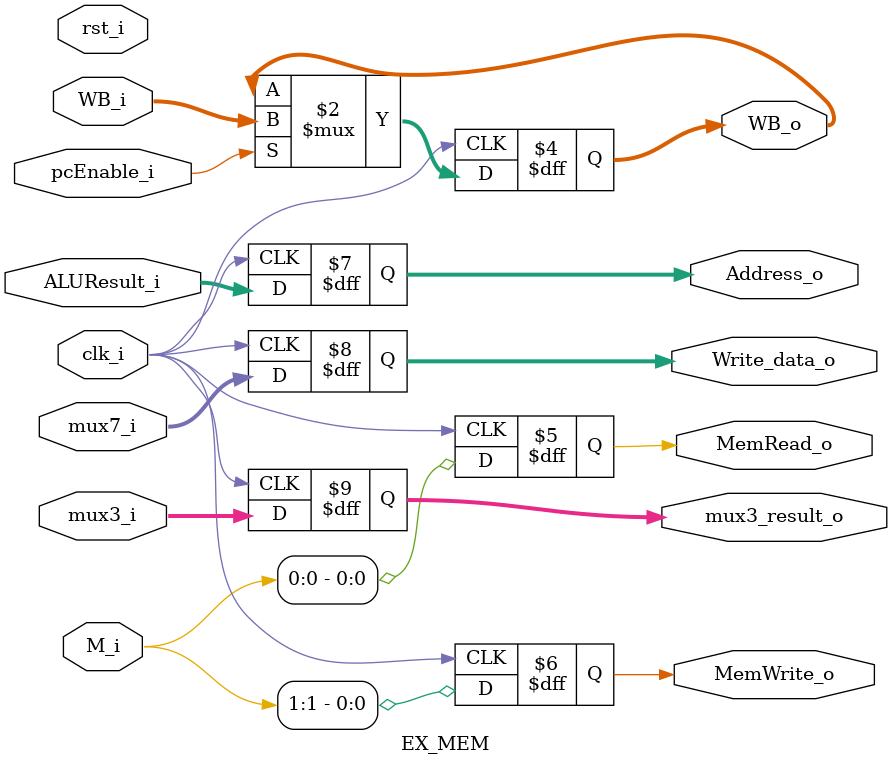
<source format=v>
module EX_MEM(
	clk_i,
	rst_i,
    WB_i, 
    M_i,
    ALUResult_i, 
    mux7_i,
   	mux3_i, 
    pcEnable_i,
    WB_o,
    MemRead_o,
    MemWrite_o,
    Address_o,
	Write_data_o,
	mux3_result_o
);

input clk_i, rst_i,pcEnable_i;
input [1:0] WB_i, M_i;
input [31:0] ALUResult_i, mux7_i; 
input [4:0] mux3_i;     
output reg[1:0] WB_o;
output reg MemRead_o, MemWrite_o;
output reg[31:0] Address_o, Write_data_o; 
output reg[4:0] mux3_result_o; 	
	
always@(posedge clk_i)begin
	if(pcEnable_i)	
		WB_o <= WB_i;
		MemRead_o <= M_i[0:0];
		MemWrite_o <= M_i[1:1];			
		Address_o <= ALUResult_i;
		Write_data_o <= mux7_i;
		mux3_result_o <= mux3_i;
	end
endmodule
</source>
